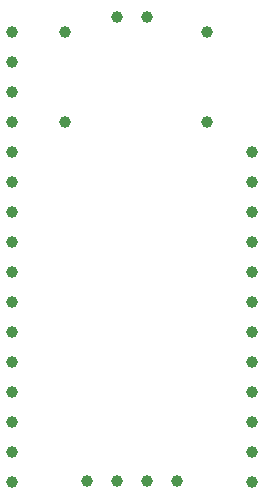
<source format=gbr>
%TF.GenerationSoftware,KiCad,Pcbnew,7.0.9*%
%TF.CreationDate,2023-12-25T10:03:38-05:00*%
%TF.ProjectId,pcb_ac_interface,7063625f-6163-45f6-996e-746572666163,rev?*%
%TF.SameCoordinates,Original*%
%TF.FileFunction,Plated,1,2,PTH,Drill*%
%TF.FilePolarity,Positive*%
%FSLAX46Y46*%
G04 Gerber Fmt 4.6, Leading zero omitted, Abs format (unit mm)*
G04 Created by KiCad (PCBNEW 7.0.9) date 2023-12-25 10:03:38*
%MOMM*%
%LPD*%
G01*
G04 APERTURE LIST*
%TA.AperFunction,ComponentDrill*%
%ADD10C,0.990600*%
%TD*%
G04 APERTURE END LIST*
D10*
%TO.C,A1*%
X129540000Y-69850000D03*
X129540000Y-72390000D03*
X129540000Y-74930000D03*
X129540000Y-77470000D03*
X129540000Y-80010000D03*
X129540000Y-82550000D03*
X129540000Y-85090000D03*
X129540000Y-87630000D03*
X129540000Y-90170000D03*
X129540000Y-92710000D03*
X129540000Y-95250000D03*
X129540000Y-97790000D03*
X129540000Y-100330000D03*
X129540000Y-102870000D03*
X129540000Y-105410000D03*
X129540000Y-107950000D03*
%TO.C,R1*%
X133985000Y-69850000D03*
X133985000Y-77470000D03*
%TO.C,U1*%
X135890000Y-107820000D03*
%TO.C,D1*%
X138425000Y-68580000D03*
%TO.C,U1*%
X138430000Y-107820000D03*
%TO.C,D1*%
X140965000Y-68580000D03*
%TO.C,U1*%
X140970000Y-107820000D03*
X143510000Y-107820000D03*
%TO.C,R2*%
X146050000Y-69850000D03*
X146050000Y-77470000D03*
%TO.C,A1*%
X149860000Y-80010000D03*
X149860000Y-82550000D03*
X149860000Y-85090000D03*
X149860000Y-87630000D03*
X149860000Y-90170000D03*
X149860000Y-92710000D03*
X149860000Y-95250000D03*
X149860000Y-97790000D03*
X149860000Y-100330000D03*
X149860000Y-102870000D03*
X149860000Y-105410000D03*
X149860000Y-107950000D03*
M02*

</source>
